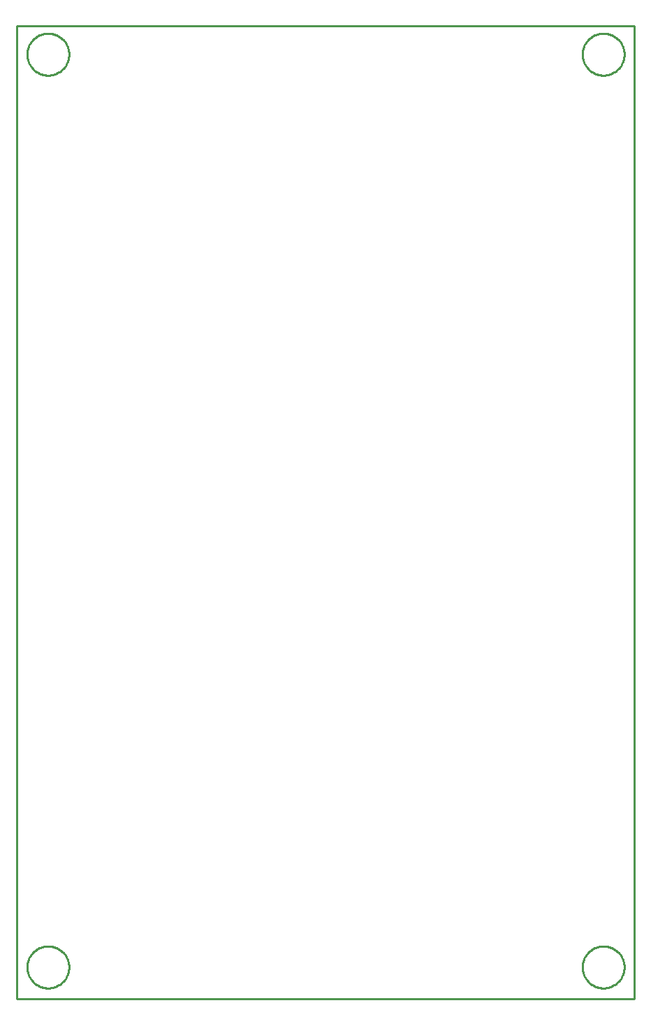
<source format=gbr>
G04 EAGLE Gerber RS-274X export*
G75*
%MOMM*%
%FSLAX34Y34*%
%LPD*%
%IN*%
%IPPOS*%
%AMOC8*
5,1,8,0,0,1.08239X$1,22.5*%
G01*
%ADD10C,0.254000*%


D10*
X723900Y88900D02*
X1473000Y88900D01*
X1473000Y1266700D01*
X723900Y1266700D01*
X723900Y88900D01*
X787400Y1231187D02*
X787320Y1229764D01*
X787161Y1228348D01*
X786922Y1226943D01*
X786605Y1225553D01*
X786210Y1224184D01*
X785739Y1222838D01*
X785194Y1221521D01*
X784575Y1220237D01*
X783886Y1218990D01*
X783128Y1217783D01*
X782303Y1216621D01*
X781414Y1215506D01*
X780464Y1214443D01*
X779457Y1213436D01*
X778394Y1212486D01*
X777279Y1211597D01*
X776117Y1210772D01*
X774910Y1210014D01*
X773663Y1209325D01*
X772379Y1208706D01*
X771062Y1208161D01*
X769716Y1207690D01*
X768347Y1207295D01*
X766957Y1206978D01*
X765552Y1206740D01*
X764136Y1206580D01*
X762713Y1206500D01*
X761287Y1206500D01*
X759864Y1206580D01*
X758448Y1206740D01*
X757043Y1206978D01*
X755653Y1207295D01*
X754284Y1207690D01*
X752938Y1208161D01*
X751621Y1208706D01*
X750337Y1209325D01*
X749090Y1210014D01*
X747883Y1210772D01*
X746721Y1211597D01*
X745606Y1212486D01*
X744543Y1213436D01*
X743536Y1214443D01*
X742586Y1215506D01*
X741697Y1216621D01*
X740872Y1217783D01*
X740114Y1218990D01*
X739425Y1220237D01*
X738806Y1221521D01*
X738261Y1222838D01*
X737790Y1224184D01*
X737395Y1225553D01*
X737078Y1226943D01*
X736840Y1228348D01*
X736680Y1229764D01*
X736600Y1231187D01*
X736600Y1232613D01*
X736680Y1234036D01*
X736840Y1235452D01*
X737078Y1236857D01*
X737395Y1238247D01*
X737790Y1239616D01*
X738261Y1240962D01*
X738806Y1242279D01*
X739425Y1243563D01*
X740114Y1244810D01*
X740872Y1246017D01*
X741697Y1247179D01*
X742586Y1248294D01*
X743536Y1249357D01*
X744543Y1250364D01*
X745606Y1251314D01*
X746721Y1252203D01*
X747883Y1253028D01*
X749090Y1253786D01*
X750337Y1254475D01*
X751621Y1255094D01*
X752938Y1255639D01*
X754284Y1256110D01*
X755653Y1256505D01*
X757043Y1256822D01*
X758448Y1257061D01*
X759864Y1257220D01*
X761287Y1257300D01*
X762713Y1257300D01*
X764136Y1257220D01*
X765552Y1257061D01*
X766957Y1256822D01*
X768347Y1256505D01*
X769716Y1256110D01*
X771062Y1255639D01*
X772379Y1255094D01*
X773663Y1254475D01*
X774910Y1253786D01*
X776117Y1253028D01*
X777279Y1252203D01*
X778394Y1251314D01*
X779457Y1250364D01*
X780464Y1249357D01*
X781414Y1248294D01*
X782303Y1247179D01*
X783128Y1246017D01*
X783886Y1244810D01*
X784575Y1243563D01*
X785194Y1242279D01*
X785739Y1240962D01*
X786210Y1239616D01*
X786605Y1238247D01*
X786922Y1236857D01*
X787161Y1235452D01*
X787320Y1234036D01*
X787400Y1232613D01*
X787400Y1231187D01*
X1460500Y1231187D02*
X1460420Y1229764D01*
X1460261Y1228348D01*
X1460022Y1226943D01*
X1459705Y1225553D01*
X1459310Y1224184D01*
X1458839Y1222838D01*
X1458294Y1221521D01*
X1457675Y1220237D01*
X1456986Y1218990D01*
X1456228Y1217783D01*
X1455403Y1216621D01*
X1454514Y1215506D01*
X1453564Y1214443D01*
X1452557Y1213436D01*
X1451494Y1212486D01*
X1450379Y1211597D01*
X1449217Y1210772D01*
X1448010Y1210014D01*
X1446763Y1209325D01*
X1445479Y1208706D01*
X1444162Y1208161D01*
X1442816Y1207690D01*
X1441447Y1207295D01*
X1440057Y1206978D01*
X1438652Y1206740D01*
X1437236Y1206580D01*
X1435813Y1206500D01*
X1434387Y1206500D01*
X1432964Y1206580D01*
X1431548Y1206740D01*
X1430143Y1206978D01*
X1428753Y1207295D01*
X1427384Y1207690D01*
X1426038Y1208161D01*
X1424721Y1208706D01*
X1423437Y1209325D01*
X1422190Y1210014D01*
X1420983Y1210772D01*
X1419821Y1211597D01*
X1418706Y1212486D01*
X1417643Y1213436D01*
X1416636Y1214443D01*
X1415686Y1215506D01*
X1414797Y1216621D01*
X1413972Y1217783D01*
X1413214Y1218990D01*
X1412525Y1220237D01*
X1411906Y1221521D01*
X1411361Y1222838D01*
X1410890Y1224184D01*
X1410495Y1225553D01*
X1410178Y1226943D01*
X1409940Y1228348D01*
X1409780Y1229764D01*
X1409700Y1231187D01*
X1409700Y1232613D01*
X1409780Y1234036D01*
X1409940Y1235452D01*
X1410178Y1236857D01*
X1410495Y1238247D01*
X1410890Y1239616D01*
X1411361Y1240962D01*
X1411906Y1242279D01*
X1412525Y1243563D01*
X1413214Y1244810D01*
X1413972Y1246017D01*
X1414797Y1247179D01*
X1415686Y1248294D01*
X1416636Y1249357D01*
X1417643Y1250364D01*
X1418706Y1251314D01*
X1419821Y1252203D01*
X1420983Y1253028D01*
X1422190Y1253786D01*
X1423437Y1254475D01*
X1424721Y1255094D01*
X1426038Y1255639D01*
X1427384Y1256110D01*
X1428753Y1256505D01*
X1430143Y1256822D01*
X1431548Y1257061D01*
X1432964Y1257220D01*
X1434387Y1257300D01*
X1435813Y1257300D01*
X1437236Y1257220D01*
X1438652Y1257061D01*
X1440057Y1256822D01*
X1441447Y1256505D01*
X1442816Y1256110D01*
X1444162Y1255639D01*
X1445479Y1255094D01*
X1446763Y1254475D01*
X1448010Y1253786D01*
X1449217Y1253028D01*
X1450379Y1252203D01*
X1451494Y1251314D01*
X1452557Y1250364D01*
X1453564Y1249357D01*
X1454514Y1248294D01*
X1455403Y1247179D01*
X1456228Y1246017D01*
X1456986Y1244810D01*
X1457675Y1243563D01*
X1458294Y1242279D01*
X1458839Y1240962D01*
X1459310Y1239616D01*
X1459705Y1238247D01*
X1460022Y1236857D01*
X1460261Y1235452D01*
X1460420Y1234036D01*
X1460500Y1232613D01*
X1460500Y1231187D01*
X787400Y126287D02*
X787320Y124864D01*
X787161Y123448D01*
X786922Y122043D01*
X786605Y120653D01*
X786210Y119284D01*
X785739Y117938D01*
X785194Y116621D01*
X784575Y115337D01*
X783886Y114090D01*
X783128Y112883D01*
X782303Y111721D01*
X781414Y110606D01*
X780464Y109543D01*
X779457Y108536D01*
X778394Y107586D01*
X777279Y106697D01*
X776117Y105872D01*
X774910Y105114D01*
X773663Y104425D01*
X772379Y103806D01*
X771062Y103261D01*
X769716Y102790D01*
X768347Y102395D01*
X766957Y102078D01*
X765552Y101840D01*
X764136Y101680D01*
X762713Y101600D01*
X761287Y101600D01*
X759864Y101680D01*
X758448Y101840D01*
X757043Y102078D01*
X755653Y102395D01*
X754284Y102790D01*
X752938Y103261D01*
X751621Y103806D01*
X750337Y104425D01*
X749090Y105114D01*
X747883Y105872D01*
X746721Y106697D01*
X745606Y107586D01*
X744543Y108536D01*
X743536Y109543D01*
X742586Y110606D01*
X741697Y111721D01*
X740872Y112883D01*
X740114Y114090D01*
X739425Y115337D01*
X738806Y116621D01*
X738261Y117938D01*
X737790Y119284D01*
X737395Y120653D01*
X737078Y122043D01*
X736840Y123448D01*
X736680Y124864D01*
X736600Y126287D01*
X736600Y127713D01*
X736680Y129136D01*
X736840Y130552D01*
X737078Y131957D01*
X737395Y133347D01*
X737790Y134716D01*
X738261Y136062D01*
X738806Y137379D01*
X739425Y138663D01*
X740114Y139910D01*
X740872Y141117D01*
X741697Y142279D01*
X742586Y143394D01*
X743536Y144457D01*
X744543Y145464D01*
X745606Y146414D01*
X746721Y147303D01*
X747883Y148128D01*
X749090Y148886D01*
X750337Y149575D01*
X751621Y150194D01*
X752938Y150739D01*
X754284Y151210D01*
X755653Y151605D01*
X757043Y151922D01*
X758448Y152161D01*
X759864Y152320D01*
X761287Y152400D01*
X762713Y152400D01*
X764136Y152320D01*
X765552Y152161D01*
X766957Y151922D01*
X768347Y151605D01*
X769716Y151210D01*
X771062Y150739D01*
X772379Y150194D01*
X773663Y149575D01*
X774910Y148886D01*
X776117Y148128D01*
X777279Y147303D01*
X778394Y146414D01*
X779457Y145464D01*
X780464Y144457D01*
X781414Y143394D01*
X782303Y142279D01*
X783128Y141117D01*
X783886Y139910D01*
X784575Y138663D01*
X785194Y137379D01*
X785739Y136062D01*
X786210Y134716D01*
X786605Y133347D01*
X786922Y131957D01*
X787161Y130552D01*
X787320Y129136D01*
X787400Y127713D01*
X787400Y126287D01*
X1460500Y126287D02*
X1460420Y124864D01*
X1460261Y123448D01*
X1460022Y122043D01*
X1459705Y120653D01*
X1459310Y119284D01*
X1458839Y117938D01*
X1458294Y116621D01*
X1457675Y115337D01*
X1456986Y114090D01*
X1456228Y112883D01*
X1455403Y111721D01*
X1454514Y110606D01*
X1453564Y109543D01*
X1452557Y108536D01*
X1451494Y107586D01*
X1450379Y106697D01*
X1449217Y105872D01*
X1448010Y105114D01*
X1446763Y104425D01*
X1445479Y103806D01*
X1444162Y103261D01*
X1442816Y102790D01*
X1441447Y102395D01*
X1440057Y102078D01*
X1438652Y101840D01*
X1437236Y101680D01*
X1435813Y101600D01*
X1434387Y101600D01*
X1432964Y101680D01*
X1431548Y101840D01*
X1430143Y102078D01*
X1428753Y102395D01*
X1427384Y102790D01*
X1426038Y103261D01*
X1424721Y103806D01*
X1423437Y104425D01*
X1422190Y105114D01*
X1420983Y105872D01*
X1419821Y106697D01*
X1418706Y107586D01*
X1417643Y108536D01*
X1416636Y109543D01*
X1415686Y110606D01*
X1414797Y111721D01*
X1413972Y112883D01*
X1413214Y114090D01*
X1412525Y115337D01*
X1411906Y116621D01*
X1411361Y117938D01*
X1410890Y119284D01*
X1410495Y120653D01*
X1410178Y122043D01*
X1409940Y123448D01*
X1409780Y124864D01*
X1409700Y126287D01*
X1409700Y127713D01*
X1409780Y129136D01*
X1409940Y130552D01*
X1410178Y131957D01*
X1410495Y133347D01*
X1410890Y134716D01*
X1411361Y136062D01*
X1411906Y137379D01*
X1412525Y138663D01*
X1413214Y139910D01*
X1413972Y141117D01*
X1414797Y142279D01*
X1415686Y143394D01*
X1416636Y144457D01*
X1417643Y145464D01*
X1418706Y146414D01*
X1419821Y147303D01*
X1420983Y148128D01*
X1422190Y148886D01*
X1423437Y149575D01*
X1424721Y150194D01*
X1426038Y150739D01*
X1427384Y151210D01*
X1428753Y151605D01*
X1430143Y151922D01*
X1431548Y152161D01*
X1432964Y152320D01*
X1434387Y152400D01*
X1435813Y152400D01*
X1437236Y152320D01*
X1438652Y152161D01*
X1440057Y151922D01*
X1441447Y151605D01*
X1442816Y151210D01*
X1444162Y150739D01*
X1445479Y150194D01*
X1446763Y149575D01*
X1448010Y148886D01*
X1449217Y148128D01*
X1450379Y147303D01*
X1451494Y146414D01*
X1452557Y145464D01*
X1453564Y144457D01*
X1454514Y143394D01*
X1455403Y142279D01*
X1456228Y141117D01*
X1456986Y139910D01*
X1457675Y138663D01*
X1458294Y137379D01*
X1458839Y136062D01*
X1459310Y134716D01*
X1459705Y133347D01*
X1460022Y131957D01*
X1460261Y130552D01*
X1460420Y129136D01*
X1460500Y127713D01*
X1460500Y126287D01*
M02*

</source>
